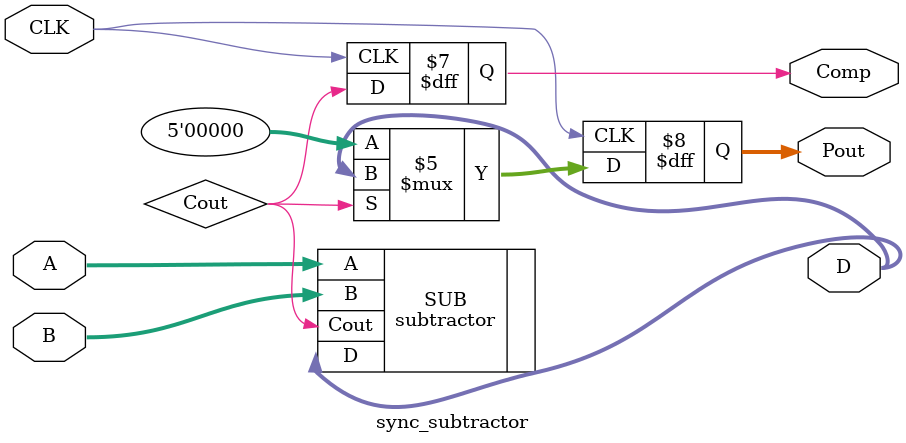
<source format=v>
`include "subtractor.v"

module sync_subtractor(A, B, CLK, D, Comp, Pout);
    input [4:0] A, B;
    input CLK;
    output[4:0]D;
    output reg Comp = 1'b0;
    output reg[4:0] Pout = 5'b00000;
    wire Cout;

    subtractor SUB(.A(A), .B(B), .D(D), .Cout(Cout));
    always@(posedge CLK)begin
        if (Cout)begin
            Pout <= D;
        end else begin
            Pout = 5'b00000;
        end
        Comp = Cout;
    end
endmodule

</source>
